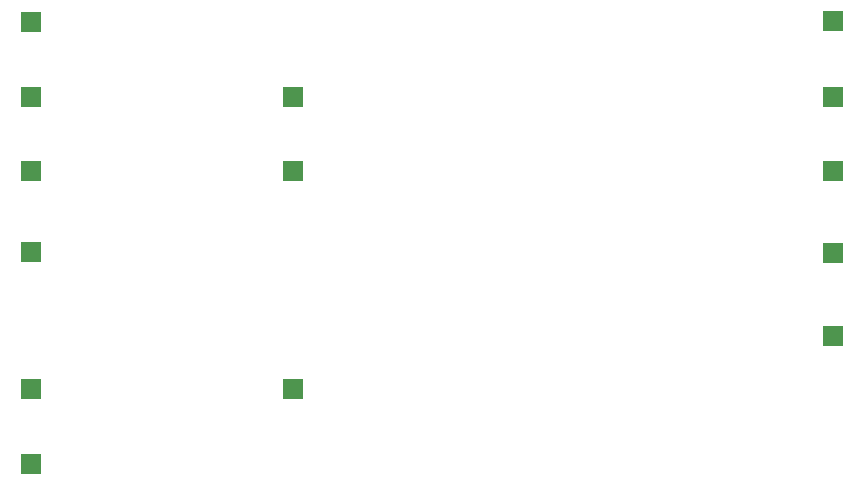
<source format=gbs>
%TF.GenerationSoftware,KiCad,Pcbnew,(6.0.10)*%
%TF.CreationDate,2023-05-18T02:01:34+05:30*%
%TF.ProjectId,EVM_741_signal_routing,45564d5f-3734-4315-9f73-69676e616c5f,rev?*%
%TF.SameCoordinates,Original*%
%TF.FileFunction,Soldermask,Bot*%
%TF.FilePolarity,Negative*%
%FSLAX46Y46*%
G04 Gerber Fmt 4.6, Leading zero omitted, Abs format (unit mm)*
G04 Created by KiCad (PCBNEW (6.0.10)) date 2023-05-18 02:01:34*
%MOMM*%
%LPD*%
G01*
G04 APERTURE LIST*
%ADD10R,1.700000X1.700000*%
G04 APERTURE END LIST*
D10*
%TO.C,J14*%
X112395000Y-72390000D03*
%TD*%
%TO.C,J13*%
X112395000Y-45720000D03*
%TD*%
%TO.C,J12*%
X44450000Y-65322500D03*
%TD*%
%TO.C,J11*%
X112395000Y-65405000D03*
%TD*%
%TO.C,J10*%
X112395000Y-58420000D03*
%TD*%
%TO.C,J9*%
X66675000Y-58420000D03*
%TD*%
%TO.C,J8*%
X44450000Y-58420000D03*
%TD*%
%TO.C,J7*%
X44450000Y-45797500D03*
%TD*%
%TO.C,J4*%
X44450000Y-83262500D03*
%TD*%
%TO.C,J3*%
X44450000Y-52147500D03*
%TD*%
%TO.C,J2*%
X66675000Y-52147500D03*
%TD*%
%TO.C,J1*%
X44450000Y-76912500D03*
%TD*%
%TO.C,J6*%
X112395000Y-52147500D03*
%TD*%
%TO.C,J5*%
X66675000Y-76912500D03*
%TD*%
M02*

</source>
